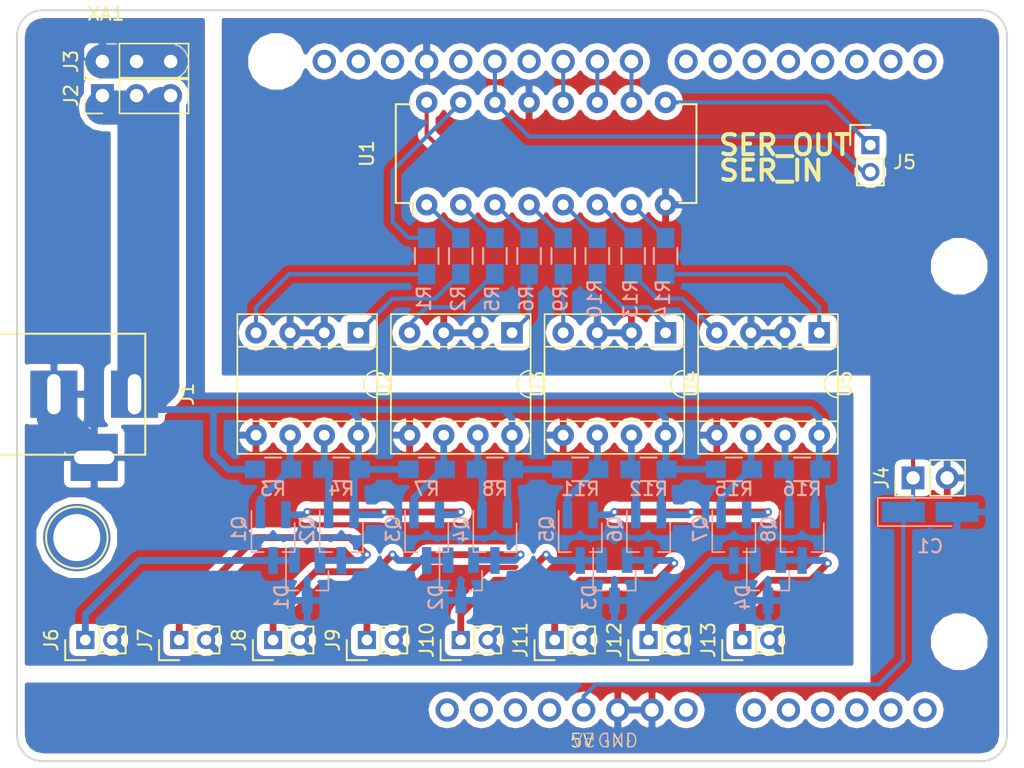
<source format=kicad_pcb>
(kicad_pcb (version 4) (host pcbnew 4.0.7)
  (layers (0 F.Cu signal hide) (31 B.Cu signal) (34 B.Paste user hide) (35 F.Paste user hide) (36 B.SilkS user) (37 F.SilkS user) (38 B.Mask user) (39 F.Mask user) (44 Edge.Cuts user))
  (net 0 "")
  (net 1 GND)
  (net 2 Vcc_12V)
  (net 3 /QA)
  (net 4 "Net-(R1-Pad2)")
  (net 5 /QB)
  (net 6 "Net-(R2-Pad2)")
  (net 7 /QC)
  (net 8 "Net-(R5-Pad2)")
  (net 9 /QD)
  (net 10 "Net-(R6-Pad2)")
  (net 11 /QE)
  (net 12 "Net-(R9-Pad2)")
  (net 13 /QF)
  (net 14 "Net-(R10-Pad2)")
  (net 15 /QG)
  (net 16 "Net-(R13-Pad2)")
  (net 17 /QH)
  (net 18 "Net-(R14-Pad2)")
  (net 19 VCC)
  (net 20 /clockPin)
  (net 21 /latchPin)
  (net 22 /dataPin)
  (net 23 "Net-(XA1-PadA0)")
  (net 24 "Net-(XA1-PadVIN)")
  (net 25 "Net-(XA1-Pad3V3)")
  (net 26 "Net-(XA1-PadRST1)")
  (net 27 "Net-(XA1-PadIORF)")
  (net 28 "Net-(XA1-PadD0)")
  (net 29 "Net-(XA1-PadD1)")
  (net 30 "Net-(XA1-PadD2)")
  (net 31 "Net-(XA1-PadD3)")
  (net 32 "Net-(XA1-PadD4)")
  (net 33 "Net-(XA1-PadD5)")
  (net 34 "Net-(XA1-PadD6)")
  (net 35 "Net-(XA1-PadD7)")
  (net 36 "Net-(XA1-PadSCL)")
  (net 37 "Net-(XA1-PadSDA)")
  (net 38 "Net-(XA1-PadAREF)")
  (net 39 "Net-(XA1-PadD13)")
  (net 40 "Net-(XA1-PadA1)")
  (net 41 "Net-(XA1-PadA2)")
  (net 42 "Net-(XA1-PadA3)")
  (net 43 "Net-(XA1-PadA4)")
  (net 44 "Net-(XA1-PadA5)")
  (net 45 /SRCLR)
  (net 46 "Net-(XA1-PadD11)")
  (net 47 "Net-(D1-Pad1)")
  (net 48 "Net-(D1-Pad2)")
  (net 49 "Net-(D2-Pad1)")
  (net 50 "Net-(D2-Pad2)")
  (net 51 "Net-(D3-Pad1)")
  (net 52 "Net-(D3-Pad2)")
  (net 53 "Net-(D4-Pad1)")
  (net 54 "Net-(D4-Pad2)")
  (net 55 "Net-(Q1-Pad1)")
  (net 56 "Net-(Q2-Pad1)")
  (net 57 "Net-(Q3-Pad1)")
  (net 58 "Net-(Q4-Pad1)")
  (net 59 "Net-(Q5-Pad1)")
  (net 60 "Net-(Q6-Pad1)")
  (net 61 "Net-(Q7-Pad1)")
  (net 62 "Net-(Q8-Pad1)")
  (net 63 "Net-(J5-Pad1)")
  (module Arduino:Arduino_Uno_Shield (layer F.Cu) (at 87.884 102.87)
    (fp_text reference XA1 (at 2.54 -54.356) (layer F.SilkS) (effects (font (thickness 0.16))))
    (fp_text value Arduino_Uno_Shield)
    (pad A0 thru_hole oval (at 50.8 -2.54) (size 1.7272 1.7272) (drill 1.016) (layers *.Cu *.Mask) (net 23 "Net-(XA1-PadA0)"))
    (pad VIN thru_hole oval (at 45.72 -2.54) (size 1.7272 1.7272) (drill 1.016) (layers *.Cu *.Mask) (net 24 "Net-(XA1-PadVIN)"))
    (pad GND3 thru_hole oval (at 43.18 -2.54) (size 1.7272 1.7272) (drill 1.016) (layers *.Cu *.Mask) (net 1 GND))
    (pad GND2 thru_hole oval (at 40.64 -2.54) (size 1.7272 1.7272) (drill 1.016) (layers *.Cu *.Mask) (net 1 GND))
    (pad 5V1 thru_hole oval (at 38.1 -2.54) (size 1.7272 1.7272) (drill 1.016) (layers *.Cu *.Mask) (net 19 VCC))
    (pad 3V3 thru_hole oval (at 35.56 -2.54) (size 1.7272 1.7272) (drill 1.016) (layers *.Cu *.Mask) (net 25 "Net-(XA1-Pad3V3)"))
    (pad RST1 thru_hole oval (at 33.02 -2.54) (size 1.7272 1.7272) (drill 1.016) (layers *.Cu *.Mask) (net 26 "Net-(XA1-PadRST1)"))
    (pad IORF thru_hole oval (at 30.48 -2.54) (size 1.7272 1.7272) (drill 1.016) (layers *.Cu *.Mask) (net 27 "Net-(XA1-PadIORF)"))
    (pad D0 thru_hole oval (at 63.5 -50.8) (size 1.7272 1.7272) (drill 1.016) (layers *.Cu *.Mask) (net 28 "Net-(XA1-PadD0)"))
    (pad D1 thru_hole oval (at 60.96 -50.8) (size 1.7272 1.7272) (drill 1.016) (layers *.Cu *.Mask) (net 29 "Net-(XA1-PadD1)"))
    (pad D2 thru_hole oval (at 58.42 -50.8) (size 1.7272 1.7272) (drill 1.016) (layers *.Cu *.Mask) (net 30 "Net-(XA1-PadD2)"))
    (pad D3 thru_hole oval (at 55.88 -50.8) (size 1.7272 1.7272) (drill 1.016) (layers *.Cu *.Mask) (net 31 "Net-(XA1-PadD3)"))
    (pad D4 thru_hole oval (at 53.34 -50.8) (size 1.7272 1.7272) (drill 1.016) (layers *.Cu *.Mask) (net 32 "Net-(XA1-PadD4)"))
    (pad D5 thru_hole oval (at 50.8 -50.8) (size 1.7272 1.7272) (drill 1.016) (layers *.Cu *.Mask) (net 33 "Net-(XA1-PadD5)"))
    (pad D6 thru_hole oval (at 48.26 -50.8) (size 1.7272 1.7272) (drill 1.016) (layers *.Cu *.Mask) (net 34 "Net-(XA1-PadD6)"))
    (pad D7 thru_hole oval (at 45.72 -50.8) (size 1.7272 1.7272) (drill 1.016) (layers *.Cu *.Mask) (net 35 "Net-(XA1-PadD7)"))
    (pad GND1 thru_hole oval (at 26.416 -50.8) (size 1.7272 1.7272) (drill 1.016) (layers *.Cu *.Mask) (net 1 GND))
    (pad D8 thru_hole oval (at 41.656 -50.8) (size 1.7272 1.7272) (drill 1.016) (layers *.Cu *.Mask) (net 45 /SRCLR))
    (pad D9 thru_hole oval (at 39.116 -50.8) (size 1.7272 1.7272) (drill 1.016) (layers *.Cu *.Mask) (net 20 /clockPin))
    (pad D10 thru_hole oval (at 36.576 -50.8) (size 1.7272 1.7272) (drill 1.016) (layers *.Cu *.Mask) (net 21 /latchPin))
    (pad "" np_thru_hole circle (at 66.04 -7.62) (size 3.2 3.2) (drill 3.2) (layers *.Cu *.Mask))
    (pad "" np_thru_hole circle (at 66.04 -35.56) (size 3.2 3.2) (drill 3.2) (layers *.Cu *.Mask))
    (pad "" np_thru_hole circle (at 15.24 -50.8) (size 3.2 3.2) (drill 3.2) (layers *.Cu *.Mask))
    (pad SCL thru_hole oval (at 18.796 -50.8) (size 1.7272 1.7272) (drill 1.016) (layers *.Cu *.Mask) (net 36 "Net-(XA1-PadSCL)"))
    (pad SDA thru_hole oval (at 21.336 -50.8) (size 1.7272 1.7272) (drill 1.016) (layers *.Cu *.Mask) (net 37 "Net-(XA1-PadSDA)"))
    (pad AREF thru_hole oval (at 23.876 -50.8) (size 1.7272 1.7272) (drill 1.016) (layers *.Cu *.Mask) (net 38 "Net-(XA1-PadAREF)"))
    (pad D13 thru_hole oval (at 28.956 -50.8) (size 1.7272 1.7272) (drill 1.016) (layers *.Cu *.Mask) (net 39 "Net-(XA1-PadD13)"))
    (pad D12 thru_hole oval (at 31.496 -50.8) (size 1.7272 1.7272) (drill 1.016) (layers *.Cu *.Mask) (net 22 /dataPin))
    (pad D11 thru_hole oval (at 34.036 -50.8) (size 1.7272 1.7272) (drill 1.016) (layers *.Cu *.Mask) (net 46 "Net-(XA1-PadD11)"))
    (pad "" thru_hole oval (at 27.94 -2.54) (size 1.7272 1.7272) (drill 1.016) (layers *.Cu *.Mask))
    (pad A1 thru_hole oval (at 53.34 -2.54) (size 1.7272 1.7272) (drill 1.016) (layers *.Cu *.Mask) (net 40 "Net-(XA1-PadA1)"))
    (pad A2 thru_hole oval (at 55.88 -2.54) (size 1.7272 1.7272) (drill 1.016) (layers *.Cu *.Mask) (net 41 "Net-(XA1-PadA2)"))
    (pad A3 thru_hole oval (at 58.42 -2.54) (size 1.7272 1.7272) (drill 1.016) (layers *.Cu *.Mask) (net 42 "Net-(XA1-PadA3)"))
    (pad A4 thru_hole oval (at 60.96 -2.54) (size 1.7272 1.7272) (drill 1.016) (layers *.Cu *.Mask) (net 43 "Net-(XA1-PadA4)"))
    (pad A5 thru_hole oval (at 63.5 -2.54) (size 1.7272 1.7272) (drill 1.016) (layers *.Cu *.Mask) (net 44 "Net-(XA1-PadA5)"))
  )
  (module Housings_DIP:DIP-16_W7.62mm (layer F.Cu) (at 114.3 62.738 90)
    (fp_text reference U1 (at 3.81 -4.445 90) (layer F.SilkS) (effects (font (thickness 0.16))))
    (fp_text value 74HC595)
    (pad 1 thru_hole oval (at 0 0 90) (size 1.6 1.6) (drill 0.8) (layers *.Cu *.Mask) (net 5 /QB))
    (pad 2 thru_hole oval (at 0 2.54 90) (size 1.6 1.6) (drill 0.8) (layers *.Cu *.Mask) (net 7 /QC))
    (pad 3 thru_hole oval (at 0 5.08 90) (size 1.6 1.6) (drill 0.8) (layers *.Cu *.Mask) (net 9 /QD))
    (pad 4 thru_hole oval (at 0 7.62 90) (size 1.6 1.6) (drill 0.8) (layers *.Cu *.Mask) (net 11 /QE))
    (pad 5 thru_hole oval (at 0 10.16 90) (size 1.6 1.6) (drill 0.8) (layers *.Cu *.Mask) (net 13 /QF))
    (pad 6 thru_hole oval (at 0 12.7 90) (size 1.6 1.6) (drill 0.8) (layers *.Cu *.Mask) (net 15 /QG))
    (pad 7 thru_hole oval (at 0 15.24 90) (size 1.6 1.6) (drill 0.8) (layers *.Cu *.Mask) (net 17 /QH))
    (pad 8 thru_hole oval (at 0 17.78 90) (size 1.6 1.6) (drill 0.8) (layers *.Cu *.Mask) (net 1 GND))
    (pad 9 thru_hole oval (at 7.62 17.78 90) (size 1.6 1.6) (drill 0.8) (layers *.Cu *.Mask) (net 63 "Net-(J5-Pad1)"))
    (pad 10 thru_hole oval (at 7.62 15.24 90) (size 1.6 1.6) (drill 0.8) (layers *.Cu *.Mask) (net 45 /SRCLR))
    (pad 11 thru_hole oval (at 7.62 12.7 90) (size 1.6 1.6) (drill 0.8) (layers *.Cu *.Mask) (net 20 /clockPin))
    (pad 12 thru_hole oval (at 7.62 10.16 90) (size 1.6 1.6) (drill 0.8) (layers *.Cu *.Mask) (net 21 /latchPin))
    (pad 13 thru_hole oval (at 7.62 7.62 90) (size 1.6 1.6) (drill 0.8) (layers *.Cu *.Mask) (net 1 GND))
    (pad 14 thru_hole oval (at 7.62 5.08 90) (size 1.6 1.6) (drill 0.8) (layers *.Cu *.Mask) (net 22 /dataPin))
    (pad 15 thru_hole oval (at 7.62 2.54 90) (size 1.6 1.6) (drill 0.8) (layers *.Cu *.Mask) (net 3 /QA))
    (pad 16 thru_hole oval (at 7.62 0 90) (size 1.6 1.6) (drill 0.8) (layers *.Cu *.Mask) (net 19 VCC))
  )
  (module TO_SOT_Packages_SMD:SOT-23W_Handsoldering (layer B.Cu) (at 114.3 87.503 270)
    (fp_text reference Q3 (at -0.635 2.5 270) (layer B.SilkS) (effects (font (thickness 0.16)) (justify mirror)))
    (fp_text value Q_PMOS_GSD)
    (pad 1 smd rect (at -1.7 0.95 270) (size 2 0.7) (layers B.Cu B.Paste B.Mask) (net 57 "Net-(Q3-Pad1)"))
    (pad 2 smd rect (at -1.7 -0.95 270) (size 2 0.7) (layers B.Cu B.Paste B.Mask) (net 2 Vcc_12V))
    (pad 3 smd rect (at 1.7 0 270) (size 2 0.7) (layers B.Cu B.Paste B.Mask) (net 49 "Net-(D2-Pad1)"))
  )
  (module Housings_DIP:DIP-8_W7.62mm_Socket (layer F.Cu) (at 109.22 72.263 270)
    (fp_text reference U2 (at 3.81 -1.905 270) (layer F.SilkS) (effects (font (thickness 0.16))))
    (fp_text value HCPL2731)
    (pad 1 thru_hole rect (at 0 0 270) (size 1.6 1.6) (drill 0.8) (layers *.Cu *.Mask) (net 6 "Net-(R2-Pad2)"))
    (pad 5 thru_hole oval (at 7.62 7.62 270) (size 1.6 1.6) (drill 0.8) (layers *.Cu *.Mask) (net 1 GND))
    (pad 2 thru_hole oval (at 0 2.54 270) (size 1.6 1.6) (drill 0.8) (layers *.Cu *.Mask) (net 1 GND))
    (pad 6 thru_hole oval (at 7.62 5.08 270) (size 1.6 1.6) (drill 0.8) (layers *.Cu *.Mask) (net 55 "Net-(Q1-Pad1)"))
    (pad 3 thru_hole oval (at 0 5.08 270) (size 1.6 1.6) (drill 0.8) (layers *.Cu *.Mask) (net 1 GND))
    (pad 7 thru_hole oval (at 7.62 2.54 270) (size 1.6 1.6) (drill 0.8) (layers *.Cu *.Mask) (net 56 "Net-(Q2-Pad1)"))
    (pad 4 thru_hole oval (at 0 7.62 270) (size 1.6 1.6) (drill 0.8) (layers *.Cu *.Mask) (net 4 "Net-(R1-Pad2)"))
    (pad 8 thru_hole oval (at 7.62 0 270) (size 1.6 1.6) (drill 0.8) (layers *.Cu *.Mask) (net 2 Vcc_12V))
  )
  (module Resistors_SMD:R_0805_HandSoldering (layer B.Cu) (at 129.667 66.548 270)
    (fp_text reference R13 (at 3.175 0.195 270) (layer B.SilkS) (effects (font (thickness 0.16)) (justify mirror)))
    (fp_text value 2.32k)
    (pad 1 smd rect (at -1.35 0 270) (size 1.5 1.3) (layers B.Cu B.Paste B.Mask) (net 15 /QG))
    (pad 2 smd rect (at 1.35 0 270) (size 1.5 1.3) (layers B.Cu B.Paste B.Mask) (net 16 "Net-(R13-Pad2)"))
  )
  (module Resistors_SMD:R_0805_HandSoldering (layer B.Cu) (at 114.3 66.548 270)
    (fp_text reference R1 (at 3.175 0.195 270) (layer B.SilkS) (effects (font (thickness 0.16)) (justify mirror)))
    (fp_text value 2.32k)
    (pad 1 smd rect (at -1.35 0 270) (size 1.5 1.3) (layers B.Cu B.Paste B.Mask) (net 3 /QA))
    (pad 2 smd rect (at 1.35 0 270) (size 1.5 1.3) (layers B.Cu B.Paste B.Mask) (net 4 "Net-(R1-Pad2)"))
  )
  (module Resistors_SMD:R_0805_HandSoldering (layer B.Cu) (at 116.84 66.548 270)
    (fp_text reference R2 (at 3.175 0.195 270) (layer B.SilkS) (effects (font (thickness 0.16)) (justify mirror)))
    (fp_text value 2.32k)
    (pad 1 smd rect (at -1.35 0 270) (size 1.5 1.3) (layers B.Cu B.Paste B.Mask) (net 5 /QB))
    (pad 2 smd rect (at 1.35 0 270) (size 1.5 1.3) (layers B.Cu B.Paste B.Mask) (net 6 "Net-(R2-Pad2)"))
  )
  (module Resistors_SMD:R_0805_HandSoldering (layer B.Cu) (at 119.38 66.548 270)
    (fp_text reference R5 (at 3.175 0.195 270) (layer B.SilkS) (effects (font (thickness 0.16)) (justify mirror)))
    (fp_text value 2.32k)
    (pad 1 smd rect (at -1.35 0 270) (size 1.5 1.3) (layers B.Cu B.Paste B.Mask) (net 7 /QC))
    (pad 2 smd rect (at 1.35 0 270) (size 1.5 1.3) (layers B.Cu B.Paste B.Mask) (net 8 "Net-(R5-Pad2)"))
  )
  (module Resistors_SMD:R_0805_HandSoldering (layer B.Cu) (at 121.92 66.548 270)
    (fp_text reference R6 (at 3.175 0.195 270) (layer B.SilkS) (effects (font (thickness 0.16)) (justify mirror)))
    (fp_text value 2.32k)
    (pad 1 smd rect (at -1.35 0 270) (size 1.5 1.3) (layers B.Cu B.Paste B.Mask) (net 9 /QD))
    (pad 2 smd rect (at 1.35 0 270) (size 1.5 1.3) (layers B.Cu B.Paste B.Mask) (net 10 "Net-(R6-Pad2)"))
  )
  (module Resistors_SMD:R_0805_HandSoldering (layer B.Cu) (at 124.46 66.548 270)
    (fp_text reference R9 (at 3.175 0.195 270) (layer B.SilkS) (effects (font (thickness 0.16)) (justify mirror)))
    (fp_text value 2.32k)
    (pad 1 smd rect (at -1.35 0 270) (size 1.5 1.3) (layers B.Cu B.Paste B.Mask) (net 11 /QE))
    (pad 2 smd rect (at 1.35 0 270) (size 1.5 1.3) (layers B.Cu B.Paste B.Mask) (net 12 "Net-(R9-Pad2)"))
  )
  (module Resistors_SMD:R_0805_HandSoldering (layer B.Cu) (at 127 66.548 270)
    (fp_text reference R10 (at 3.175 0.195 270) (layer B.SilkS) (effects (font (thickness 0.16)) (justify mirror)))
    (fp_text value 2.32k)
    (pad 1 smd rect (at -1.35 0 270) (size 1.5 1.3) (layers B.Cu B.Paste B.Mask) (net 13 /QF))
    (pad 2 smd rect (at 1.35 0 270) (size 1.5 1.3) (layers B.Cu B.Paste B.Mask) (net 14 "Net-(R10-Pad2)"))
  )
  (module Capacitors_Tantalum_SMD:CP_Tantalum_Case-A_EIA-3216-18_Hand (layer B.Cu) (at 151.765 85.598)
    (fp_text reference C1 (at 0 2.55) (layer B.SilkS) (effects (font (thickness 0.16)) (justify mirror)))
    (fp_text value 1u)
    (pad 1 smd rect (at -2 0) (size 3.2 1.5) (layers B.Cu B.Paste B.Mask) (net 19 VCC))
    (pad 2 smd rect (at 2 0) (size 3.2 1.5) (layers B.Cu B.Paste B.Mask) (net 1 GND))
  )
  (module Resistors_SMD:R_0805_HandSoldering (layer B.Cu) (at 132.08 66.548 270)
    (fp_text reference R14 (at 3.175 0.195 270) (layer B.SilkS) (effects (font (thickness 0.16)) (justify mirror)))
    (fp_text value 2.32k)
    (pad 1 smd rect (at -1.35 0 270) (size 1.5 1.3) (layers B.Cu B.Paste B.Mask) (net 17 /QH))
    (pad 2 smd rect (at 1.35 0 270) (size 1.5 1.3) (layers B.Cu B.Paste B.Mask) (net 18 "Net-(R14-Pad2)"))
  )
  (module Housings_DIP:DIP-8_W7.62mm_Socket (layer F.Cu) (at 120.65 72.263 270)
    (fp_text reference U3 (at 3.81 -1.905 270) (layer F.SilkS) (effects (font (thickness 0.16))))
    (fp_text value HCPL2731)
    (pad 1 thru_hole rect (at 0 0 270) (size 1.6 1.6) (drill 0.8) (layers *.Cu *.Mask) (net 10 "Net-(R6-Pad2)"))
    (pad 5 thru_hole oval (at 7.62 7.62 270) (size 1.6 1.6) (drill 0.8) (layers *.Cu *.Mask) (net 1 GND))
    (pad 2 thru_hole oval (at 0 2.54 270) (size 1.6 1.6) (drill 0.8) (layers *.Cu *.Mask) (net 1 GND))
    (pad 6 thru_hole oval (at 7.62 5.08 270) (size 1.6 1.6) (drill 0.8) (layers *.Cu *.Mask) (net 57 "Net-(Q3-Pad1)"))
    (pad 3 thru_hole oval (at 0 5.08 270) (size 1.6 1.6) (drill 0.8) (layers *.Cu *.Mask) (net 1 GND))
    (pad 7 thru_hole oval (at 7.62 2.54 270) (size 1.6 1.6) (drill 0.8) (layers *.Cu *.Mask) (net 58 "Net-(Q4-Pad1)"))
    (pad 4 thru_hole oval (at 0 7.62 270) (size 1.6 1.6) (drill 0.8) (layers *.Cu *.Mask) (net 8 "Net-(R5-Pad2)"))
    (pad 8 thru_hole oval (at 7.62 0 270) (size 1.6 1.6) (drill 0.8) (layers *.Cu *.Mask) (net 2 Vcc_12V))
  )
  (module Housings_DIP:DIP-8_W7.62mm_Socket (layer F.Cu) (at 132.08 72.263 270)
    (fp_text reference U4 (at 3.81 -1.905 270) (layer F.SilkS) (effects (font (thickness 0.16))))
    (fp_text value HCPL2731)
    (pad 1 thru_hole rect (at 0 0 270) (size 1.6 1.6) (drill 0.8) (layers *.Cu *.Mask) (net 14 "Net-(R10-Pad2)"))
    (pad 5 thru_hole oval (at 7.62 7.62 270) (size 1.6 1.6) (drill 0.8) (layers *.Cu *.Mask) (net 1 GND))
    (pad 2 thru_hole oval (at 0 2.54 270) (size 1.6 1.6) (drill 0.8) (layers *.Cu *.Mask) (net 1 GND))
    (pad 6 thru_hole oval (at 7.62 5.08 270) (size 1.6 1.6) (drill 0.8) (layers *.Cu *.Mask) (net 59 "Net-(Q5-Pad1)"))
    (pad 3 thru_hole oval (at 0 5.08 270) (size 1.6 1.6) (drill 0.8) (layers *.Cu *.Mask) (net 1 GND))
    (pad 7 thru_hole oval (at 7.62 2.54 270) (size 1.6 1.6) (drill 0.8) (layers *.Cu *.Mask) (net 60 "Net-(Q6-Pad1)"))
    (pad 4 thru_hole oval (at 0 7.62 270) (size 1.6 1.6) (drill 0.8) (layers *.Cu *.Mask) (net 12 "Net-(R9-Pad2)"))
    (pad 8 thru_hole oval (at 7.62 0 270) (size 1.6 1.6) (drill 0.8) (layers *.Cu *.Mask) (net 2 Vcc_12V))
  )
  (module Housings_DIP:DIP-8_W7.62mm_Socket (layer F.Cu) (at 143.51 72.263 270)
    (fp_text reference U5 (at 3.81 -1.905 270) (layer F.SilkS) (effects (font (thickness 0.16))))
    (fp_text value HCPL2731)
    (pad 1 thru_hole rect (at 0 0 270) (size 1.6 1.6) (drill 0.8) (layers *.Cu *.Mask) (net 18 "Net-(R14-Pad2)"))
    (pad 5 thru_hole oval (at 7.62 7.62 270) (size 1.6 1.6) (drill 0.8) (layers *.Cu *.Mask) (net 1 GND))
    (pad 2 thru_hole oval (at 0 2.54 270) (size 1.6 1.6) (drill 0.8) (layers *.Cu *.Mask) (net 1 GND))
    (pad 6 thru_hole oval (at 7.62 5.08 270) (size 1.6 1.6) (drill 0.8) (layers *.Cu *.Mask) (net 61 "Net-(Q7-Pad1)"))
    (pad 3 thru_hole oval (at 0 5.08 270) (size 1.6 1.6) (drill 0.8) (layers *.Cu *.Mask) (net 1 GND))
    (pad 7 thru_hole oval (at 7.62 2.54 270) (size 1.6 1.6) (drill 0.8) (layers *.Cu *.Mask) (net 62 "Net-(Q8-Pad1)"))
    (pad 4 thru_hole oval (at 0 7.62 270) (size 1.6 1.6) (drill 0.8) (layers *.Cu *.Mask) (net 16 "Net-(R13-Pad2)"))
    (pad 8 thru_hole oval (at 7.62 0 270) (size 1.6 1.6) (drill 0.8) (layers *.Cu *.Mask) (net 2 Vcc_12V))
  )
  (module TO_SOT_Packages_SMD:SOT-23_Handsoldering (layer B.Cu) (at 105.41 90.678 270)
    (fp_text reference D1 (at 1.27 1.905 270) (layer B.SilkS) (effects (font (thickness 0.16)) (justify mirror)))
    (fp_text value D_Schottky_x2_ACom_KKA)
    (pad 1 smd rect (at -1.5 0.95 270) (size 1.9 0.8) (layers B.Cu B.Paste B.Mask) (net 47 "Net-(D1-Pad1)"))
    (pad 2 smd rect (at -1.5 -0.95 270) (size 1.9 0.8) (layers B.Cu B.Paste B.Mask) (net 48 "Net-(D1-Pad2)"))
    (pad 3 smd rect (at 1.5 0 270) (size 1.9 0.8) (layers B.Cu B.Paste B.Mask) (net 1 GND))
  )
  (module TO_SOT_Packages_SMD:SOT-23_Handsoldering (layer B.Cu) (at 116.84 90.678 270)
    (fp_text reference D2 (at 1.27 1.865 270) (layer B.SilkS) (effects (font (thickness 0.16)) (justify mirror)))
    (fp_text value D_Schottky_x2_ACom_KKA)
    (pad 1 smd rect (at -1.5 0.95 270) (size 1.9 0.8) (layers B.Cu B.Paste B.Mask) (net 49 "Net-(D2-Pad1)"))
    (pad 2 smd rect (at -1.5 -0.95 270) (size 1.9 0.8) (layers B.Cu B.Paste B.Mask) (net 50 "Net-(D2-Pad2)"))
    (pad 3 smd rect (at 1.5 0 270) (size 1.9 0.8) (layers B.Cu B.Paste B.Mask) (net 1 GND))
  )
  (module TO_SOT_Packages_SMD:SOT-23_Handsoldering (layer B.Cu) (at 128.27 90.678 270)
    (fp_text reference D3 (at 1.27 1.865 270) (layer B.SilkS) (effects (font (thickness 0.16)) (justify mirror)))
    (fp_text value D_Schottky_x2_ACom_KKA)
    (pad 1 smd rect (at -1.5 0.95 270) (size 1.9 0.8) (layers B.Cu B.Paste B.Mask) (net 51 "Net-(D3-Pad1)"))
    (pad 2 smd rect (at -1.5 -0.95 270) (size 1.9 0.8) (layers B.Cu B.Paste B.Mask) (net 52 "Net-(D3-Pad2)"))
    (pad 3 smd rect (at 1.5 0 270) (size 1.9 0.8) (layers B.Cu B.Paste B.Mask) (net 1 GND))
  )
  (module TO_SOT_Packages_SMD:SOT-23_Handsoldering (layer B.Cu) (at 139.7 90.678 270)
    (fp_text reference D4 (at 1.27 1.865 270) (layer B.SilkS) (effects (font (thickness 0.16)) (justify mirror)))
    (fp_text value D_Schottky_x2_ACom_KKA)
    (pad 1 smd rect (at -1.5 0.95 270) (size 1.9 0.8) (layers B.Cu B.Paste B.Mask) (net 53 "Net-(D4-Pad1)"))
    (pad 2 smd rect (at -1.5 -0.95 270) (size 1.9 0.8) (layers B.Cu B.Paste B.Mask) (net 54 "Net-(D4-Pad2)"))
    (pad 3 smd rect (at 1.5 0 270) (size 1.9 0.8) (layers B.Cu B.Paste B.Mask) (net 1 GND))
  )
  (module TO_SOT_Packages_SMD:SOT-23W_Handsoldering (layer B.Cu) (at 102.87 87.503 270)
    (fp_text reference Q1 (at -0.635 2.54 270) (layer B.SilkS) (effects (font (thickness 0.16)) (justify mirror)))
    (fp_text value Q_PMOS_GSD)
    (pad 1 smd rect (at -1.7 0.95 270) (size 2 0.7) (layers B.Cu B.Paste B.Mask) (net 55 "Net-(Q1-Pad1)"))
    (pad 2 smd rect (at -1.7 -0.95 270) (size 2 0.7) (layers B.Cu B.Paste B.Mask) (net 2 Vcc_12V))
    (pad 3 smd rect (at 1.7 0 270) (size 2 0.7) (layers B.Cu B.Paste B.Mask) (net 47 "Net-(D1-Pad1)"))
  )
  (module TO_SOT_Packages_SMD:SOT-23W_Handsoldering (layer B.Cu) (at 107.95 87.503 270)
    (fp_text reference Q2 (at -0.635 2.54 270) (layer B.SilkS) (effects (font (thickness 0.16)) (justify mirror)))
    (fp_text value Q_PMOS_GSD)
    (pad 1 smd rect (at -1.7 0.95 270) (size 2 0.7) (layers B.Cu B.Paste B.Mask) (net 56 "Net-(Q2-Pad1)"))
    (pad 2 smd rect (at -1.7 -0.95 270) (size 2 0.7) (layers B.Cu B.Paste B.Mask) (net 2 Vcc_12V))
    (pad 3 smd rect (at 1.7 0 270) (size 2 0.7) (layers B.Cu B.Paste B.Mask) (net 48 "Net-(D1-Pad2)"))
  )
  (module TO_SOT_Packages_SMD:SOT-23W_Handsoldering (layer B.Cu) (at 119.38 87.503 270)
    (fp_text reference Q4 (at -0.635 2.5 270) (layer B.SilkS) (effects (font (thickness 0.16)) (justify mirror)))
    (fp_text value Q_PMOS_GSD)
    (pad 1 smd rect (at -1.7 0.95 270) (size 2 0.7) (layers B.Cu B.Paste B.Mask) (net 58 "Net-(Q4-Pad1)"))
    (pad 2 smd rect (at -1.7 -0.95 270) (size 2 0.7) (layers B.Cu B.Paste B.Mask) (net 2 Vcc_12V))
    (pad 3 smd rect (at 1.7 0 270) (size 2 0.7) (layers B.Cu B.Paste B.Mask) (net 50 "Net-(D2-Pad2)"))
  )
  (module TO_SOT_Packages_SMD:SOT-23W_Handsoldering (layer B.Cu) (at 125.73 87.503 270)
    (fp_text reference Q5 (at -0.635 2.5 270) (layer B.SilkS) (effects (font (thickness 0.16)) (justify mirror)))
    (fp_text value Q_PMOS_GSD)
    (pad 1 smd rect (at -1.7 0.95 270) (size 2 0.7) (layers B.Cu B.Paste B.Mask) (net 59 "Net-(Q5-Pad1)"))
    (pad 2 smd rect (at -1.7 -0.95 270) (size 2 0.7) (layers B.Cu B.Paste B.Mask) (net 2 Vcc_12V))
    (pad 3 smd rect (at 1.7 0 270) (size 2 0.7) (layers B.Cu B.Paste B.Mask) (net 51 "Net-(D3-Pad1)"))
  )
  (module TO_SOT_Packages_SMD:SOT-23W_Handsoldering (layer B.Cu) (at 130.81 87.503 270)
    (fp_text reference Q6 (at -0.635 2.5 270) (layer B.SilkS) (effects (font (thickness 0.16)) (justify mirror)))
    (fp_text value Q_PMOS_GSD)
    (pad 1 smd rect (at -1.7 0.95 270) (size 2 0.7) (layers B.Cu B.Paste B.Mask) (net 60 "Net-(Q6-Pad1)"))
    (pad 2 smd rect (at -1.7 -0.95 270) (size 2 0.7) (layers B.Cu B.Paste B.Mask) (net 2 Vcc_12V))
    (pad 3 smd rect (at 1.7 0 270) (size 2 0.7) (layers B.Cu B.Paste B.Mask) (net 52 "Net-(D3-Pad2)"))
  )
  (module TO_SOT_Packages_SMD:SOT-23W_Handsoldering (layer B.Cu) (at 137.16 87.503 270)
    (fp_text reference Q7 (at -0.635 2.5 270) (layer B.SilkS) (effects (font (thickness 0.16)) (justify mirror)))
    (fp_text value Q_PMOS_GSD)
    (pad 1 smd rect (at -1.7 0.95 270) (size 2 0.7) (layers B.Cu B.Paste B.Mask) (net 61 "Net-(Q7-Pad1)"))
    (pad 2 smd rect (at -1.7 -0.95 270) (size 2 0.7) (layers B.Cu B.Paste B.Mask) (net 2 Vcc_12V))
    (pad 3 smd rect (at 1.7 0 270) (size 2 0.7) (layers B.Cu B.Paste B.Mask) (net 53 "Net-(D4-Pad1)"))
  )
  (module TO_SOT_Packages_SMD:SOT-23W_Handsoldering (layer B.Cu) (at 142.24 87.503 270)
    (fp_text reference Q8 (at -0.635 2.5 270) (layer B.SilkS) (effects (font (thickness 0.16)) (justify mirror)))
    (fp_text value Q_PMOS_GSD)
    (pad 1 smd rect (at -1.7 0.95 270) (size 2 0.7) (layers B.Cu B.Paste B.Mask) (net 62 "Net-(Q8-Pad1)"))
    (pad 2 smd rect (at -1.7 -0.95 270) (size 2 0.7) (layers B.Cu B.Paste B.Mask) (net 2 Vcc_12V))
    (pad 3 smd rect (at 1.7 0 270) (size 2 0.7) (layers B.Cu B.Paste B.Mask) (net 54 "Net-(D4-Pad2)"))
  )
  (module Resistors_SMD:R_0805_HandSoldering (layer B.Cu) (at 102.87 82.423)
    (fp_text reference R3 (at 0 1.465) (layer B.SilkS) (effects (font (thickness 0.16)) (justify mirror)))
    (fp_text value 2.32k)
    (pad 1 smd rect (at -1.35 0) (size 1.5 1.3) (layers B.Cu B.Paste B.Mask) (net 2 Vcc_12V))
    (pad 2 smd rect (at 1.35 0) (size 1.5 1.3) (layers B.Cu B.Paste B.Mask) (net 55 "Net-(Q1-Pad1)"))
  )
  (module Resistors_SMD:R_0805_HandSoldering (layer B.Cu) (at 107.95 82.423 180)
    (fp_text reference R4 (at 0 -1.456 180) (layer B.SilkS) (effects (font (thickness 0.16)) (justify mirror)))
    (fp_text value 2.32k)
    (pad 1 smd rect (at -1.35 0 180) (size 1.5 1.3) (layers B.Cu B.Paste B.Mask) (net 2 Vcc_12V))
    (pad 2 smd rect (at 1.35 0 180) (size 1.5 1.3) (layers B.Cu B.Paste B.Mask) (net 56 "Net-(Q2-Pad1)"))
  )
  (module Resistors_SMD:R_0805_HandSoldering (layer B.Cu) (at 114.3 82.423)
    (fp_text reference R7 (at 0 1.465) (layer B.SilkS) (effects (font (thickness 0.16)) (justify mirror)))
    (fp_text value 2.32k)
    (pad 1 smd rect (at -1.35 0) (size 1.5 1.3) (layers B.Cu B.Paste B.Mask) (net 2 Vcc_12V))
    (pad 2 smd rect (at 1.35 0) (size 1.5 1.3) (layers B.Cu B.Paste B.Mask) (net 57 "Net-(Q3-Pad1)"))
  )
  (module Resistors_SMD:R_0805_HandSoldering (layer B.Cu) (at 119.38 82.423 180)
    (fp_text reference R8 (at 0 -1.456 180) (layer B.SilkS) (effects (font (thickness 0.16)) (justify mirror)))
    (fp_text value 2.32k)
    (pad 1 smd rect (at -1.35 0 180) (size 1.5 1.3) (layers B.Cu B.Paste B.Mask) (net 2 Vcc_12V))
    (pad 2 smd rect (at 1.35 0 180) (size 1.5 1.3) (layers B.Cu B.Paste B.Mask) (net 58 "Net-(Q4-Pad1)"))
  )
  (module Resistors_SMD:R_0805_HandSoldering (layer B.Cu) (at 125.73 82.423)
    (fp_text reference R11 (at 0 1.465) (layer B.SilkS) (effects (font (thickness 0.16)) (justify mirror)))
    (fp_text value 2.32k)
    (pad 1 smd rect (at -1.35 0) (size 1.5 1.3) (layers B.Cu B.Paste B.Mask) (net 2 Vcc_12V))
    (pad 2 smd rect (at 1.35 0) (size 1.5 1.3) (layers B.Cu B.Paste B.Mask) (net 59 "Net-(Q5-Pad1)"))
  )
  (module Resistors_SMD:R_0805_HandSoldering (layer B.Cu) (at 130.81 82.423 180)
    (fp_text reference R12 (at 0 -1.456 180) (layer B.SilkS) (effects (font (thickness 0.16)) (justify mirror)))
    (fp_text value 2.32k)
    (pad 1 smd rect (at -1.35 0 180) (size 1.5 1.3) (layers B.Cu B.Paste B.Mask) (net 2 Vcc_12V))
    (pad 2 smd rect (at 1.35 0 180) (size 1.5 1.3) (layers B.Cu B.Paste B.Mask) (net 60 "Net-(Q6-Pad1)"))
  )
  (module Resistors_SMD:R_0805_HandSoldering (layer B.Cu) (at 137.16 82.423)
    (fp_text reference R15 (at 0 1.465) (layer B.SilkS) (effects (font (thickness 0.16)) (justify mirror)))
    (fp_text value 2.32k)
    (pad 1 smd rect (at -1.35 0) (size 1.5 1.3) (layers B.Cu B.Paste B.Mask) (net 2 Vcc_12V))
    (pad 2 smd rect (at 1.35 0) (size 1.5 1.3) (layers B.Cu B.Paste B.Mask) (net 61 "Net-(Q7-Pad1)"))
  )
  (module Resistors_SMD:R_0805_HandSoldering (layer B.Cu) (at 142.24 82.423 180)
    (fp_text reference R16 (at 0 -1.456 180) (layer B.SilkS) (effects (font (thickness 0.16)) (justify mirror)))
    (fp_text value 2.32k)
    (pad 1 smd rect (at -1.35 0 180) (size 1.5 1.3) (layers B.Cu B.Paste B.Mask) (net 2 Vcc_12V))
    (pad 2 smd rect (at 1.35 0 180) (size 1.5 1.3) (layers B.Cu B.Paste B.Mask) (net 62 "Net-(Q8-Pad1)"))
  )
  (module Connectors:1pin (layer F.Cu) (at 88.265 87.503)
    (fp_text reference REF** hide)
    (fp_text value 1pin)
    (pad 1 thru_hole circle (at 0 0) (size 5 5) (drill 3.5) (layers *.Cu *.Mask))
  )
  (module Pin_Headers:Pin_Header_Straight_1x02_Pitch2.00mm (layer F.Cu) (at 137.795 95.123 90)
    (fp_text reference J13 (at 0 -2.54 90) (layer F.SilkS))
    (fp_text value Conn_01x02)
    (pad 1 thru_hole rect (at 0 0 90) (size 1.35 1.35) (drill 0.8) (layers *.Cu *.Mask) (net 54 "Net-(D4-Pad2)"))
    (pad 2 thru_hole circle (at 0 2 90) (size 1.35 1.35) (drill 0.8) (layers *.Cu *.Mask) (net 1 GND))
  )
  (module Pin_Headers:Pin_Header_Straight_1x02_Pitch2.54mm (layer F.Cu) (at 150.495 83.058 90)
    (fp_text reference J4 (at 0 -2.33 90) (layer F.SilkS))
    (fp_text value Conn_01x02)
    (pad 1 thru_hole rect (at 0 0 90) (size 1.7 1.7) (drill 1) (layers *.Cu *.Mask) (net 19 VCC))
    (pad 2 thru_hole oval (at 0 2.54 90) (size 1.7 1.7) (drill 1) (layers *.Cu *.Mask) (net 1 GND))
  )
  (module Pin_Headers:Pin_Header_Straight_1x02_Pitch2.00mm (layer F.Cu) (at 147.32 58.293)
    (fp_text reference J5 (at 2.54 1.27) (layer F.SilkS))
    (fp_text value Conn_01x02)
    (pad 1 thru_hole rect (at 0 0) (size 1.35 1.35) (drill 0.8) (layers *.Cu *.Mask) (net 63 "Net-(J5-Pad1)"))
    (pad 2 thru_hole circle (at 0 2) (size 1.35 1.35) (drill 0.8) (layers *.Cu *.Mask) (net 22 /dataPin))
  )
  (module Pin_Headers:Pin_Header_Straight_1x02_Pitch2.00mm (layer F.Cu) (at 88.9 95.123 90)
    (fp_text reference J6 (at 0 -2.54 90) (layer F.SilkS))
    (fp_text value Conn_01x02)
    (pad 1 thru_hole rect (at 0 0 90) (size 1.35 1.35) (drill 0.8) (layers *.Cu *.Mask) (net 47 "Net-(D1-Pad1)"))
    (pad 2 thru_hole circle (at 0 2 90) (size 1.35 1.35) (drill 0.8) (layers *.Cu *.Mask) (net 1 GND))
  )
  (module Pin_Headers:Pin_Header_Straight_1x02_Pitch2.00mm (layer F.Cu) (at 95.885 95.123 90)
    (fp_text reference J7 (at 0 -2.54 90) (layer F.SilkS))
    (fp_text value Conn_01x02)
    (pad 1 thru_hole rect (at 0 0 90) (size 1.35 1.35) (drill 0.8) (layers *.Cu *.Mask) (net 48 "Net-(D1-Pad2)"))
    (pad 2 thru_hole circle (at 0 2 90) (size 1.35 1.35) (drill 0.8) (layers *.Cu *.Mask) (net 1 GND))
  )
  (module Pin_Headers:Pin_Header_Straight_1x02_Pitch2.00mm (layer F.Cu) (at 102.87 95.123 90)
    (fp_text reference J8 (at 0 -2.54 90) (layer F.SilkS))
    (fp_text value Conn_01x02)
    (pad 1 thru_hole rect (at 0 0 90) (size 1.35 1.35) (drill 0.8) (layers *.Cu *.Mask) (net 49 "Net-(D2-Pad1)"))
    (pad 2 thru_hole circle (at 0 2 90) (size 1.35 1.35) (drill 0.8) (layers *.Cu *.Mask) (net 1 GND))
  )
  (module Pin_Headers:Pin_Header_Straight_1x02_Pitch2.00mm (layer F.Cu) (at 109.855 95.123 90)
    (fp_text reference J9 (at 0 -2.54 90) (layer F.SilkS))
    (fp_text value Conn_01x02)
    (pad 1 thru_hole rect (at 0 0 90) (size 1.35 1.35) (drill 0.8) (layers *.Cu *.Mask) (net 50 "Net-(D2-Pad2)"))
    (pad 2 thru_hole circle (at 0 2 90) (size 1.35 1.35) (drill 0.8) (layers *.Cu *.Mask) (net 1 GND))
  )
  (module Pin_Headers:Pin_Header_Straight_1x02_Pitch2.00mm (layer F.Cu) (at 116.84 95.123 90)
    (fp_text reference J10 (at 0 -2.54 90) (layer F.SilkS))
    (fp_text value Conn_01x02)
    (pad 1 thru_hole rect (at 0 0 90) (size 1.35 1.35) (drill 0.8) (layers *.Cu *.Mask) (net 51 "Net-(D3-Pad1)"))
    (pad 2 thru_hole circle (at 0 2 90) (size 1.35 1.35) (drill 0.8) (layers *.Cu *.Mask) (net 1 GND))
  )
  (module Pin_Headers:Pin_Header_Straight_1x02_Pitch2.00mm (layer F.Cu) (at 123.825 95.123 90)
    (fp_text reference J11 (at 0 -2.54 90) (layer F.SilkS))
    (fp_text value Conn_01x02)
    (pad 1 thru_hole rect (at 0 0 90) (size 1.35 1.35) (drill 0.8) (layers *.Cu *.Mask) (net 52 "Net-(D3-Pad2)"))
    (pad 2 thru_hole circle (at 0 2 90) (size 1.35 1.35) (drill 0.8) (layers *.Cu *.Mask) (net 1 GND))
  )
  (module Pin_Headers:Pin_Header_Straight_1x02_Pitch2.00mm (layer F.Cu) (at 130.81 95.123 90)
    (fp_text reference J12 (at 0 -2.54 90) (layer F.SilkS))
    (fp_text value Conn_01x02)
    (pad 1 thru_hole rect (at 0 0 90) (size 1.35 1.35) (drill 0.8) (layers *.Cu *.Mask) (net 53 "Net-(D4-Pad1)"))
    (pad 2 thru_hole circle (at 0 2 90) (size 1.35 1.35) (drill 0.8) (layers *.Cu *.Mask) (net 1 GND))
  )
  (module Pin_Headers:Pin_Header_Straight_1x03_Pitch2.54mm (layer F.Cu) (at 90.17 54.61 90)
    (fp_text reference J2 (at 0 -2.33 90) (layer F.SilkS))
    (fp_text value Conn_01x04)
    (pad 1 thru_hole rect (at 0 0 90) (size 1.7 1.7) (drill 1) (layers *.Cu *.Mask) (net 2 Vcc_12V))
    (pad 2 thru_hole oval (at 0 2.54 90) (size 1.7 1.7) (drill 1) (layers *.Cu *.Mask) (net 2 Vcc_12V))
    (pad 3 thru_hole oval (at 0 5.08 90) (size 1.7 1.7) (drill 1) (layers *.Cu *.Mask) (net 2 Vcc_12V))
  )
  (module Pin_Headers:Pin_Header_Straight_1x03_Pitch2.54mm (layer F.Cu) (at 90.17 52.07 90)
    (fp_text reference J3 (at 0 -2.33 90) (layer F.SilkS))
    (fp_text value Conn_01x04)
    (pad 1 thru_hole rect (at 0 0 90) (size 1.7 1.7) (drill 1) (layers *.Cu *.Mask) (net 1 GND))
    (pad 2 thru_hole oval (at 0 2.54 90) (size 1.7 1.7) (drill 1) (layers *.Cu *.Mask) (net 1 GND))
    (pad 3 thru_hole oval (at 0 5.08 90) (size 1.7 1.7) (drill 1) (layers *.Cu *.Mask) (net 1 GND))
  )
  (module Connectors:BARREL_JACK (layer F.Cu) (at 86.36 76.835)
    (fp_text reference J1 (at 10.09904 0 90) (layer F.SilkS))
    (fp_text value Barrel_Jack)
    (pad 1 thru_hole rect (at 6.20014 0) (size 3.50012 3.50012) (drill oval 1.00076 2.99974) (layers *.Cu *.Mask) (net 2 Vcc_12V))
    (pad 2 thru_hole rect (at 0.20066 0) (size 3.50012 3.50012) (drill oval 1.00076 2.99974) (layers *.Cu *.Mask) (net 1 GND))
    (pad 3 thru_hole rect (at 3.2004 4.699) (size 3.50012 3.50012) (drill oval 2.99974 1.00076) (layers *.Cu *.Mask) (net 1 GND))
  )
  (gr_text GND (at 128.524 102.616) (layer B.SilkS) (effects (font (size 1 1) (thickness 0.1)) (justify mirror)))
  (gr_text 5V (at 125.984 102.616) (layer B.SilkS) (effects (font (size 1 1) (thickness 0.1)) (justify mirror)))
  (gr_text GND (at 128.524 102.616) (layer F.SilkS) (effects (font (size 1 1) (thickness 0.1))))
  (gr_text 5V (at 125.857 102.616) (layer F.SilkS) (effects (font (size 1 1) (thickness 0.1))))
  (gr_line (start 157.48 51.435) (end 157.48 50.165) (angle 90) (layer Edge.Cuts) (width 0.15))
  (gr_line (start 83.82 51.435) (end 83.82 50.165) (angle 90) (layer Edge.Cuts) (width 0.15))
  (gr_line (start 83.82 100.965) (end 83.82 102.235) (angle 90) (layer Edge.Cuts) (width 0.15))
  (gr_line (start 157.48 101.092) (end 157.48 102.235) (angle 90) (layer Edge.Cuts) (width 0.15))
  (gr_text SER_OUT (at 135.89 58.293) (layer F.SilkS) (effects (font (size 1.5 1.5) (thickness 0.3)) (justify left)))
  (gr_text SER_IN (at 135.89 60.198) (layer F.SilkS) (effects (font (size 1.5 1.5) (thickness 0.3)) (justify left)))
  (gr_line (start 83.82 51.435) (end 83.82 100.965) (layer Edge.Cuts) (width 0.15))
  (gr_line (start 157.48 51.435) (end 157.48 101.092) (layer Edge.Cuts) (width 0.15))
  (gr_arc (start 85.725 102.235) (end 85.725 104.14) (angle 90) (layer Edge.Cuts) (width 0.15))
  (gr_arc (start 85.725 50.165) (end 83.82 50.165) (angle 90) (layer Edge.Cuts) (width 0.15))
  (gr_arc (start 155.575 50.165) (end 155.575 48.26) (angle 90) (layer Edge.Cuts) (width 0.15))
  (gr_arc (start 155.575 102.235) (end 157.48 102.235) (angle 90) (layer Edge.Cuts) (width 0.15))
  (gr_line (start 155.575 48.26) (end 85.725 48.26) (angle 90) (layer Edge.Cuts) (width 0.15))
  (gr_line (start 85.725 104.14) (end 155.575 104.14) (angle 90) (layer Edge.Cuts) (width 0.15))
  (segment (start 86.56066 76.835) (end 86.56066 78.53426) (width 2.54) (layer F.Cu) (net 1))
  (segment (start 86.56066 78.53426) (end 89.5604 81.534) (width 2.54) (layer F.Cu) (net 1))
  (segment (start 86.56066 78.53426) (end 89.5604 81.534) (width 2.54) (layer B.Cu) (net 1))
  (segment (start 90.17 52.07) (end 95.25 52.07) (width 2.54) (layer B.Cu) (net 1))
  (segment (start 92.56014 76.835) (end 93.98 76.835) (width 2.54) (layer F.Cu) (net 2))
  (segment (start 93.98 76.835) (end 94.615 76.2) (width 2.54) (layer F.Cu) (net 2))
  (segment (start 94.615 76.2) (end 94.615 55.245) (width 2.54) (layer F.Cu) (net 2))
  (segment (start 92.56014 76.835) (end 92.56014 55.64886) (width 2.54) (layer F.Cu) (net 2))
  (segment (start 92.41028 55.499) (end 90.17 55.499) (width 2.54) (layer F.Cu) (net 2))
  (segment (start 92.56014 55.64886) (end 92.41028 55.499) (width 2.54) (layer F.Cu) (net 2))
  (segment (start 93.98 76.835) (end 94.615 76.2) (width 2.54) (layer B.Cu) (net 2))
  (segment (start 94.615 76.2) (end 94.615 55.245) (width 2.54) (layer B.Cu) (net 2))
  (segment (start 92.56014 76.835) (end 92.56014 55.64886) (width 2.54) (layer B.Cu) (net 2))
  (segment (start 92.41028 55.499) (end 90.17 55.499) (width 2.54) (layer B.Cu) (net 2))
  (segment (start 92.56014 55.64886) (end 92.41028 55.499) (width 2.54) (layer B.Cu) (net 2))
  (segment (start 101.52 82.423) (end 99.568 82.423) (width 0.508) (layer B.Cu) (net 2))
  (segment (start 98.425 81.28) (end 98.425 77.978) (width 0.508) (layer B.Cu) (net 2))
  (segment (start 99.568 82.423) (end 98.425 81.28) (width 0.508) (layer B.Cu) (net 2))
  (segment (start 93.70314 77.978) (end 95.25 77.978) (width 0.508) (layer B.Cu) (net 2))
  (segment (start 95.25 77.978) (end 98.425 77.978) (width 0.508) (layer B.Cu) (net 2))
  (segment (start 98.425 77.978) (end 108.585 77.978) (width 0.508) (layer B.Cu) (net 2))
  (segment (start 93.70314 77.978) (end 92.56014 76.835) (width 0.508) (layer B.Cu) (net 2))
  (segment (start 139.495 85.803) (end 138.11 85.803) (width 0.508) (layer B.Cu) (net 2))
  (segment (start 139.7 85.598) (end 139.495 85.803) (width 0.508) (layer B.Cu) (net 2))
  (via (at 139.7 85.598) (size 0.6) (drill 0.3) (layers F.Cu B.Cu) (net 2))
  (segment (start 133.985 85.598) (end 139.7 85.598) (width 0.508) (layer F.Cu) (net 2))
  (segment (start 116.635 85.803) (end 115.25 85.803) (width 0.508) (layer B.Cu) (net 2))
  (segment (start 116.84 85.598) (end 116.635 85.803) (width 0.508) (layer B.Cu) (net 2))
  (via (at 116.84 85.598) (size 0.6) (drill 0.3) (layers F.Cu B.Cu) (net 2))
  (segment (start 111.125 85.598) (end 116.84 85.598) (width 0.508) (layer F.Cu) (net 2))
  (segment (start 120.33 85.803) (end 120.33 82.823) (width 0.508) (layer B.Cu) (net 2))
  (segment (start 131.76 85.803) (end 133.78 85.803) (width 0.508) (layer B.Cu) (net 2))
  (segment (start 128.065 85.803) (end 126.68 85.803) (width 0.508) (layer B.Cu) (net 2))
  (segment (start 128.27 85.598) (end 128.065 85.803) (width 0.508) (layer B.Cu) (net 2))
  (via (at 128.27 85.598) (size 0.6) (drill 0.3) (layers F.Cu B.Cu) (net 2))
  (segment (start 133.985 85.598) (end 128.27 85.598) (width 0.508) (layer F.Cu) (net 2))
  (via (at 133.985 85.598) (size 0.6) (drill 0.3) (layers F.Cu B.Cu) (net 2))
  (segment (start 133.78 85.803) (end 133.985 85.598) (width 0.508) (layer B.Cu) (net 2))
  (segment (start 143.19 85.803) (end 143.19 82.823) (width 0.508) (layer B.Cu) (net 2))
  (segment (start 143.19 82.823) (end 143.59 82.423) (width 0.508) (layer B.Cu) (net 2))
  (segment (start 131.76 85.803) (end 131.76 82.823) (width 0.508) (layer B.Cu) (net 2))
  (segment (start 131.76 82.823) (end 132.16 82.423) (width 0.508) (layer B.Cu) (net 2))
  (segment (start 120.33 82.823) (end 120.73 82.423) (width 0.508) (layer B.Cu) (net 2))
  (segment (start 108.9 85.803) (end 110.92 85.803) (width 0.508) (layer B.Cu) (net 2))
  (segment (start 105.205 85.803) (end 103.82 85.803) (width 0.508) (layer B.Cu) (net 2))
  (segment (start 105.41 85.598) (end 105.205 85.803) (width 0.508) (layer B.Cu) (net 2))
  (via (at 105.41 85.598) (size 0.6) (drill 0.3) (layers F.Cu B.Cu) (net 2))
  (segment (start 111.125 85.598) (end 105.41 85.598) (width 0.508) (layer F.Cu) (net 2))
  (via (at 111.125 85.598) (size 0.6) (drill 0.3) (layers F.Cu B.Cu) (net 2))
  (segment (start 110.92 85.803) (end 111.125 85.598) (width 0.508) (layer B.Cu) (net 2))
  (segment (start 108.9 85.803) (end 108.9 82.823) (width 0.508) (layer B.Cu) (net 2))
  (segment (start 108.9 82.823) (end 109.3 82.423) (width 0.508) (layer B.Cu) (net 2))
  (segment (start 143.51 79.883) (end 143.51 82.343) (width 0.508) (layer B.Cu) (net 2))
  (segment (start 143.51 82.343) (end 143.59 82.423) (width 0.508) (layer B.Cu) (net 2))
  (segment (start 132.08 79.883) (end 132.08 82.343) (width 0.508) (layer B.Cu) (net 2))
  (segment (start 132.08 82.343) (end 132.16 82.423) (width 0.508) (layer B.Cu) (net 2))
  (segment (start 132.16 82.423) (end 135.81 82.423) (width 0.508) (layer B.Cu) (net 2))
  (segment (start 120.73 82.423) (end 124.38 82.423) (width 0.508) (layer B.Cu) (net 2))
  (segment (start 120.65 79.883) (end 120.65 82.343) (width 0.508) (layer B.Cu) (net 2))
  (segment (start 120.65 82.343) (end 120.73 82.423) (width 0.508) (layer B.Cu) (net 2))
  (segment (start 131.445 77.978) (end 142.875 77.978) (width 0.508) (layer B.Cu) (net 2))
  (segment (start 143.51 78.613) (end 143.51 79.883) (width 0.508) (layer B.Cu) (net 2))
  (segment (start 142.875 77.978) (end 143.51 78.613) (width 0.508) (layer B.Cu) (net 2))
  (segment (start 120.015 77.978) (end 131.445 77.978) (width 0.508) (layer B.Cu) (net 2))
  (segment (start 132.08 78.613) (end 132.08 79.883) (width 0.508) (layer B.Cu) (net 2))
  (segment (start 131.445 77.978) (end 132.08 78.613) (width 0.508) (layer B.Cu) (net 2))
  (segment (start 108.585 77.978) (end 120.015 77.978) (width 0.508) (layer B.Cu) (net 2))
  (segment (start 120.65 78.613) (end 120.65 79.883) (width 0.508) (layer B.Cu) (net 2))
  (segment (start 120.015 77.978) (end 120.65 78.613) (width 0.508) (layer B.Cu) (net 2))
  (segment (start 109.3 82.423) (end 112.95 82.423) (width 0.508) (layer B.Cu) (net 2))
  (segment (start 109.22 79.883) (end 109.22 82.343) (width 0.508) (layer B.Cu) (net 2))
  (segment (start 109.22 82.343) (end 109.3 82.423) (width 0.508) (layer B.Cu) (net 2))
  (segment (start 109.22 78.613) (end 109.22 79.883) (width 0.508) (layer B.Cu) (net 2))
  (segment (start 108.585 77.978) (end 109.22 78.613) (width 0.508) (layer B.Cu) (net 2))
  (segment (start 114.3 65.198) (end 112.95 65.198) (width 0.3048) (layer B.Cu) (net 3))
  (segment (start 111.76 60.198) (end 116.84 55.118) (width 0.3048) (layer B.Cu) (net 3))
  (segment (start 111.76 64.008) (end 111.76 60.198) (width 0.3048) (layer B.Cu) (net 3))
  (segment (start 112.95 65.198) (end 111.76 64.008) (width 0.3048) (layer B.Cu) (net 3))
  (segment (start 114.3 67.898) (end 104.06 67.898) (width 0.3048) (layer B.Cu) (net 4))
  (segment (start 104.06 67.898) (end 101.6 70.358) (width 0.3048) (layer B.Cu) (net 4))
  (segment (start 101.6 70.358) (end 101.6 72.263) (width 0.3048) (layer B.Cu) (net 4))
  (segment (start 114.3 62.738) (end 114.38 62.738) (width 0.3048) (layer B.Cu) (net 5))
  (segment (start 114.38 62.738) (end 116.84 65.198) (width 0.3048) (layer B.Cu) (net 5))
  (segment (start 111.76 69.723) (end 109.22 72.263) (width 0.3048) (layer B.Cu) (net 6))
  (segment (start 114.935 69.723) (end 111.76 69.723) (width 0.3048) (layer B.Cu) (net 6))
  (segment (start 116.84 67.898) (end 116.76 67.898) (width 0.3048) (layer B.Cu) (net 6))
  (segment (start 116.76 67.898) (end 114.935 69.723) (width 0.3048) (layer B.Cu) (net 6))
  (segment (start 116.84 62.738) (end 116.92 62.738) (width 0.3048) (layer B.Cu) (net 7))
  (segment (start 116.92 62.738) (end 119.38 65.198) (width 0.3048) (layer B.Cu) (net 7))
  (segment (start 119.38 67.898) (end 119.3 67.898) (width 0.3048) (layer B.Cu) (net 8))
  (segment (start 119.3 67.898) (end 116.84 70.358) (width 0.3048) (layer B.Cu) (net 8))
  (segment (start 116.84 70.358) (end 114.3 70.358) (width 0.3048) (layer B.Cu) (net 8))
  (segment (start 114.3 70.358) (end 113.03 71.628) (width 0.3048) (layer B.Cu) (net 8))
  (segment (start 113.03 71.628) (end 113.03 72.263) (width 0.3048) (layer B.Cu) (net 8))
  (segment (start 119.38 62.738) (end 119.46 62.738) (width 0.3048) (layer B.Cu) (net 9))
  (segment (start 119.46 62.738) (end 121.92 65.198) (width 0.3048) (layer B.Cu) (net 9))
  (segment (start 121.92 70.993) (end 120.65 72.263) (width 0.3048) (layer B.Cu) (net 10))
  (segment (start 121.92 67.898) (end 121.92 70.993) (width 0.3048) (layer B.Cu) (net 10))
  (segment (start 121.92 62.738) (end 122 62.738) (width 0.3048) (layer B.Cu) (net 11))
  (segment (start 122 62.738) (end 124.46 65.198) (width 0.3048) (layer B.Cu) (net 11))
  (segment (start 124.46 67.898) (end 124.46 72.263) (width 0.3048) (layer B.Cu) (net 12))
  (segment (start 124.46 62.738) (end 124.54 62.738) (width 0.3048) (layer B.Cu) (net 13))
  (segment (start 124.54 62.738) (end 127 65.198) (width 0.3048) (layer B.Cu) (net 13))
  (segment (start 130.81 70.358) (end 132.08 71.628) (width 0.3048) (layer B.Cu) (net 14))
  (segment (start 132.08 71.628) (end 132.08 72.263) (width 0.3048) (layer B.Cu) (net 14))
  (segment (start 128.905 70.358) (end 130.81 70.358) (width 0.3048) (layer B.Cu) (net 14))
  (segment (start 127 67.898) (end 127 68.453) (width 0.3048) (layer B.Cu) (net 14))
  (segment (start 127 68.453) (end 128.905 70.358) (width 0.3048) (layer B.Cu) (net 14))
  (segment (start 127 62.738) (end 127.207 62.738) (width 0.3048) (layer B.Cu) (net 15))
  (segment (start 127.207 62.738) (end 129.667 65.198) (width 0.3048) (layer B.Cu) (net 15))
  (segment (start 129.667 67.898) (end 129.667 67.945) (width 0.3048) (layer B.Cu) (net 16))
  (segment (start 129.667 67.945) (end 131.445 69.723) (width 0.3048) (layer B.Cu) (net 16))
  (segment (start 131.445 69.723) (end 133.35 69.723) (width 0.3048) (layer B.Cu) (net 16))
  (segment (start 133.35 69.723) (end 135.89 72.263) (width 0.3048) (layer B.Cu) (net 16))
  (segment (start 129.54 62.738) (end 129.62 62.738) (width 0.3048) (layer B.Cu) (net 17))
  (segment (start 129.62 62.738) (end 132.08 65.198) (width 0.3048) (layer B.Cu) (net 17))
  (segment (start 143.51 70.358) (end 143.51 72.263) (width 0.3048) (layer B.Cu) (net 18))
  (segment (start 141.05 67.898) (end 143.51 70.358) (width 0.3048) (layer B.Cu) (net 18))
  (segment (start 132.08 67.898) (end 141.05 67.898) (width 0.3048) (layer B.Cu) (net 18))
  (segment (start 150.495 83.058) (end 150.495 74.422) (width 0.3048) (layer F.Cu) (net 19))
  (segment (start 114.3 57.531) (end 114.3 55.118) (width 0.3048) (layer F.Cu) (net 19))
  (segment (start 116.84 60.071) (end 114.3 57.531) (width 0.3048) (layer F.Cu) (net 19))
  (segment (start 136.144 60.071) (end 116.84 60.071) (width 0.3048) (layer F.Cu) (net 19))
  (segment (start 150.495 74.422) (end 136.144 60.071) (width 0.3048) (layer F.Cu) (net 19))
  (segment (start 125.984 100.33) (end 125.984 99.314) (width 0.3048) (layer B.Cu) (net 19))
  (segment (start 149.765 96.615) (end 149.765 85.598) (width 0.3048) (layer B.Cu) (net 19))
  (segment (start 147.955 98.425) (end 149.765 96.615) (width 0.3048) (layer B.Cu) (net 19))
  (segment (start 126.873 98.425) (end 147.955 98.425) (width 0.3048) (layer B.Cu) (net 19))
  (segment (start 125.984 99.314) (end 126.873 98.425) (width 0.3048) (layer B.Cu) (net 19))
  (segment (start 150.495 84.963) (end 150.495 83.058) (width 0.3048) (layer B.Cu) (net 19))
  (segment (start 149.86 85.598) (end 150.495 84.963) (width 0.3048) (layer B.Cu) (net 19))
  (segment (start 149.765 85.598) (end 149.86 85.598) (width 0.3048) (layer B.Cu) (net 19))
  (segment (start 125.984 100.33) (end 125.984 99.822) (width 0.3048) (layer B.Cu) (net 19))
  (segment (start 127 55.118) (end 127 52.07) (width 0.3048) (layer B.Cu) (net 20))
  (segment (start 124.46 55.118) (end 124.46 52.07) (width 0.3048) (layer B.Cu) (net 21))
  (segment (start 147.32 60.293) (end 146.78 60.293) (width 0.3048) (layer B.Cu) (net 22))
  (segment (start 146.78 60.293) (end 144.145 57.658) (width 0.3048) (layer B.Cu) (net 22))
  (segment (start 144.145 57.658) (end 121.92 57.658) (width 0.3048) (layer B.Cu) (net 22))
  (segment (start 121.92 57.658) (end 119.38 55.118) (width 0.3048) (layer B.Cu) (net 22))
  (segment (start 119.38 55.118) (end 119.38 52.07) (width 0.3048) (layer B.Cu) (net 22))
  (segment (start 129.54 52.07) (end 129.54 55.118) (width 0.3048) (layer B.Cu) (net 45))
  (segment (start 104.435 89.203) (end 104.46 89.178) (width 0.508) (layer B.Cu) (net 47))
  (segment (start 102.87 89.203) (end 92.915 89.203) (width 0.508) (layer B.Cu) (net 47))
  (segment (start 102.87 89.203) (end 104.435 89.203) (width 0.508) (layer B.Cu) (net 47))
  (segment (start 88.9 93.218) (end 88.9 95.123) (width 0.508) (layer B.Cu) (net 47))
  (segment (start 92.915 89.203) (end 88.9 93.218) (width 0.508) (layer B.Cu) (net 47))
  (segment (start 95.885 93.218) (end 95.885 95.123) (width 0.508) (layer F.Cu) (net 48))
  (segment (start 101.6 87.503) (end 95.885 93.218) (width 0.508) (layer F.Cu) (net 48))
  (segment (start 108.585 87.503) (end 101.6 87.503) (width 0.508) (layer F.Cu) (net 48))
  (segment (start 109.855 88.773) (end 108.585 87.503) (width 0.508) (layer F.Cu) (net 48))
  (via (at 109.855 88.773) (size 0.6) (drill 0.3) (layers F.Cu B.Cu) (net 48))
  (segment (start 109.425 89.203) (end 109.855 88.773) (width 0.508) (layer B.Cu) (net 48))
  (segment (start 107.95 89.203) (end 109.425 89.203) (width 0.508) (layer B.Cu) (net 48))
  (segment (start 107.95 89.203) (end 106.385 89.203) (width 0.508) (layer B.Cu) (net 48))
  (segment (start 106.385 89.203) (end 106.36 89.178) (width 0.508) (layer B.Cu) (net 48))
  (segment (start 115.865 89.203) (end 115.89 89.178) (width 0.508) (layer B.Cu) (net 49))
  (segment (start 102.87 93.218) (end 102.87 95.123) (width 0.508) (layer F.Cu) (net 49))
  (segment (start 106.045 90.043) (end 102.87 93.218) (width 0.508) (layer F.Cu) (net 49))
  (segment (start 110.49 90.043) (end 106.045 90.043) (width 0.508) (layer F.Cu) (net 49))
  (segment (start 111.76 88.773) (end 110.49 90.043) (width 0.508) (layer F.Cu) (net 49))
  (via (at 111.76 88.773) (size 0.6) (drill 0.3) (layers F.Cu B.Cu) (net 49))
  (segment (start 112.19 89.203) (end 111.76 88.773) (width 0.508) (layer B.Cu) (net 49))
  (segment (start 114.3 89.203) (end 112.19 89.203) (width 0.508) (layer B.Cu) (net 49))
  (segment (start 114.3 89.203) (end 115.865 89.203) (width 0.508) (layer B.Cu) (net 49))
  (segment (start 109.855 93.218) (end 109.855 95.123) (width 0.508) (layer F.Cu) (net 50))
  (segment (start 114.3 88.773) (end 109.855 93.218) (width 0.508) (layer F.Cu) (net 50))
  (segment (start 121.285 88.773) (end 114.3 88.773) (width 0.508) (layer F.Cu) (net 50))
  (via (at 121.285 88.773) (size 0.6) (drill 0.3) (layers F.Cu B.Cu) (net 50))
  (segment (start 120.855 89.203) (end 121.285 88.773) (width 0.508) (layer B.Cu) (net 50))
  (segment (start 119.38 89.203) (end 120.855 89.203) (width 0.508) (layer B.Cu) (net 50))
  (segment (start 119.355 89.178) (end 119.38 89.203) (width 0.508) (layer B.Cu) (net 50))
  (segment (start 117.79 89.178) (end 119.355 89.178) (width 0.508) (layer B.Cu) (net 50))
  (segment (start 127.295 89.203) (end 127.32 89.178) (width 0.508) (layer B.Cu) (net 51))
  (segment (start 116.84 93.218) (end 116.84 95.123) (width 0.508) (layer F.Cu) (net 51))
  (segment (start 119.38 90.678) (end 116.84 93.218) (width 0.508) (layer F.Cu) (net 51))
  (segment (start 121.285 90.678) (end 119.38 90.678) (width 0.508) (layer F.Cu) (net 51))
  (segment (start 123.19 88.773) (end 121.285 90.678) (width 0.508) (layer F.Cu) (net 51))
  (via (at 123.19 88.773) (size 0.6) (drill 0.3) (layers F.Cu B.Cu) (net 51))
  (segment (start 123.62 89.203) (end 123.19 88.773) (width 0.508) (layer B.Cu) (net 51))
  (segment (start 125.73 89.203) (end 123.62 89.203) (width 0.508) (layer B.Cu) (net 51))
  (segment (start 125.73 89.203) (end 127.295 89.203) (width 0.508) (layer B.Cu) (net 51))
  (segment (start 123.825 95.123) (end 123.825 92.583) (width 0.508) (layer F.Cu) (net 52))
  (segment (start 125.73 90.678) (end 123.825 92.583) (width 0.508) (layer F.Cu) (net 52))
  (segment (start 131.445 90.678) (end 125.73 90.678) (width 0.508) (layer F.Cu) (net 52))
  (segment (start 132.715 89.408) (end 131.445 90.678) (width 0.508) (layer F.Cu) (net 52))
  (via (at 132.715 89.408) (size 0.6) (drill 0.3) (layers F.Cu B.Cu) (net 52))
  (segment (start 132.51 89.203) (end 132.715 89.408) (width 0.508) (layer B.Cu) (net 52))
  (segment (start 132.51 89.203) (end 130.81 89.203) (width 0.508) (layer B.Cu) (net 52))
  (segment (start 130.785 89.178) (end 130.81 89.203) (width 0.508) (layer B.Cu) (net 52))
  (segment (start 129.22 89.178) (end 130.785 89.178) (width 0.508) (layer B.Cu) (net 52))
  (segment (start 138.725 89.203) (end 138.75 89.178) (width 0.508) (layer B.Cu) (net 53))
  (segment (start 130.81 93.853) (end 130.81 95.123) (width 0.508) (layer B.Cu) (net 53))
  (segment (start 135.46 89.203) (end 130.81 93.853) (width 0.508) (layer B.Cu) (net 53))
  (segment (start 137.16 89.203) (end 135.46 89.203) (width 0.508) (layer B.Cu) (net 53))
  (segment (start 137.16 89.203) (end 137.16 89.408) (width 0.508) (layer B.Cu) (net 53))
  (segment (start 137.16 89.203) (end 138.725 89.203) (width 0.508) (layer B.Cu) (net 53))
  (segment (start 143.94 89.203) (end 142.24 89.203) (width 0.508) (layer B.Cu) (net 54))
  (segment (start 142.215 89.178) (end 142.24 89.203) (width 0.508) (layer B.Cu) (net 54))
  (segment (start 137.795 95.123) (end 137.795 92.583) (width 0.508) (layer F.Cu) (net 54))
  (segment (start 139.7 90.678) (end 137.795 92.583) (width 0.508) (layer F.Cu) (net 54))
  (segment (start 142.875 90.678) (end 139.7 90.678) (width 0.508) (layer F.Cu) (net 54))
  (segment (start 144.145 89.408) (end 142.875 90.678) (width 0.508) (layer F.Cu) (net 54))
  (via (at 144.145 89.408) (size 0.6) (drill 0.3) (layers F.Cu B.Cu) (net 54))
  (segment (start 143.94 89.203) (end 144.145 89.408) (width 0.508) (layer B.Cu) (net 54))
  (segment (start 140.65 89.178) (end 142.215 89.178) (width 0.508) (layer B.Cu) (net 54))
  (segment (start 101.92 84.643) (end 101.92 85.803) (width 0.508) (layer B.Cu) (net 55))
  (segment (start 104.22 82.423) (end 104.14 82.423) (width 0.508) (layer B.Cu) (net 55))
  (segment (start 104.14 82.423) (end 101.92 84.643) (width 0.508) (layer B.Cu) (net 55))
  (segment (start 104.14 82.343) (end 104.22 82.423) (width 0.508) (layer B.Cu) (net 55))
  (segment (start 104.22 82.296) (end 104.22 82.343) (width 0.508) (layer B.Cu) (net 55))
  (segment (start 104.14 79.883) (end 104.14 82.343) (width 0.508) (layer B.Cu) (net 55))
  (segment (start 106.68 79.883) (end 106.68 82.343) (width 0.508) (layer B.Cu) (net 56))
  (segment (start 106.68 82.343) (end 107 82.663) (width 0.508) (layer B.Cu) (net 56))
  (segment (start 107 82.663) (end 107 85.803) (width 0.508) (layer B.Cu) (net 56))
  (segment (start 113.35 84.563) (end 113.35 85.803) (width 0.508) (layer B.Cu) (net 57))
  (segment (start 115.57 82.343) (end 113.35 84.563) (width 0.508) (layer B.Cu) (net 57))
  (segment (start 115.57 79.883) (end 115.57 82.343) (width 0.508) (layer B.Cu) (net 57))
  (segment (start 118.11 79.883) (end 118.11 82.343) (width 0.508) (layer B.Cu) (net 58))
  (segment (start 118.11 82.343) (end 118.43 82.663) (width 0.508) (layer B.Cu) (net 58))
  (segment (start 118.43 82.663) (end 118.43 85.803) (width 0.508) (layer B.Cu) (net 58))
  (segment (start 124.78 84.563) (end 124.78 85.803) (width 0.508) (layer B.Cu) (net 59))
  (segment (start 127 82.343) (end 124.78 84.563) (width 0.508) (layer B.Cu) (net 59))
  (segment (start 127 79.883) (end 127 82.343) (width 0.508) (layer B.Cu) (net 59))
  (segment (start 129.54 79.883) (end 129.54 82.343) (width 0.508) (layer B.Cu) (net 60))
  (segment (start 129.54 82.343) (end 129.86 82.663) (width 0.508) (layer B.Cu) (net 60))
  (segment (start 129.86 82.663) (end 129.86 85.803) (width 0.508) (layer B.Cu) (net 60))
  (segment (start 136.21 84.563) (end 136.21 85.803) (width 0.508) (layer B.Cu) (net 61))
  (segment (start 138.43 82.343) (end 136.21 84.563) (width 0.508) (layer B.Cu) (net 61))
  (segment (start 138.43 79.883) (end 138.43 82.343) (width 0.508) (layer B.Cu) (net 61))
  (segment (start 140.97 79.883) (end 140.97 82.343) (width 0.508) (layer B.Cu) (net 62))
  (segment (start 140.97 82.343) (end 141.29 82.663) (width 0.508) (layer B.Cu) (net 62))
  (segment (start 141.29 82.663) (end 141.29 85.803) (width 0.508) (layer B.Cu) (net 62))
  (segment (start 132.08 55.118) (end 144.145 55.118) (width 0.3048) (layer B.Cu) (net 63))
  (segment (start 144.145 55.118) (end 147.32 58.293) (width 0.3048) (layer B.Cu) (net 63))
  (zone (net 1) (net_name GND) (layer B.Cu) (connect_pads (clearance 0.508)) (min_thickness 0.3048) (fill yes (arc_segments 16) (thermal_gap 0.508) (thermal_bridge_width 0.508))
    (polygon (pts (xy 97.79 76.708) (xy 146.05 76.708) (xy 146.05 97.028) (xy 82.55 97.028) (xy 82.55 47.498) (xy 97.79 47.498)))
  )
  (zone (net 1) (net_name GND) (layer F.Cu) (connect_pads (clearance 0.508)) (min_thickness 0.3048) (fill yes (arc_segments 16) (thermal_gap 0.508) (thermal_bridge_width 0.508))
    (polygon (pts (xy 97.79 76.708) (xy 146.05 76.708) (xy 146.05 97.028) (xy 82.55 97.028) (xy 82.55 47.498) (xy 97.79 47.498)))
  )
  (zone (net 1) (net_name GND) (layer B.Cu) (connect_pads (clearance 0.508)) (min_thickness 0.3048) (fill yes (arc_segments 16) (thermal_gap 0.508) (thermal_bridge_width 0.508))
    (polygon (pts (xy 158.75 104.648) (xy 82.55 104.648) (xy 82.55 98.298) (xy 147.32 98.298) (xy 147.32 75.438) (xy 99.06 75.438) (xy 99.06 47.498) (xy 158.75 47.498)))
  )
  (zone (net 1) (net_name GND) (layer F.Cu) (connect_pads (clearance 0.508)) (min_thickness 0.3048) (fill yes (arc_segments 16) (thermal_gap 0.508) (thermal_bridge_width 0.508))
    (polygon (pts (xy 158.75 104.648) (xy 82.55 104.648) (xy 82.55 98.298) (xy 147.32 98.298) (xy 147.32 75.438) (xy 99.06 75.438) (xy 99.06 47.498) (xy 158.75 47.498)))
  )
)
</source>
